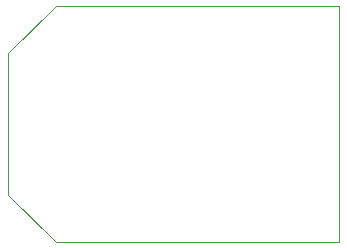
<source format=gbr>
%TF.GenerationSoftware,Altium Limited,Altium Designer,23.10.1 (27)*%
G04 Layer_Color=0*
%FSLAX45Y45*%
%MOMM*%
%TF.SameCoordinates,3B401655-87E5-4DED-8554-5CA7246403C5*%
%TF.FilePolarity,Positive*%
%TF.FileFunction,Profile,NP*%
%TF.Part,Single*%
G01*
G75*
%TA.AperFunction,Profile*%
%ADD27C,0.02540*%
D27*
X400000Y700000D02*
X800000Y300000D01*
X3200000D01*
Y2300000D01*
X800000D01*
X400000Y1900000D01*
Y700000D01*
%TF.MD5,13420a51899f9aeb721204ebff275a82*%
M02*

</source>
